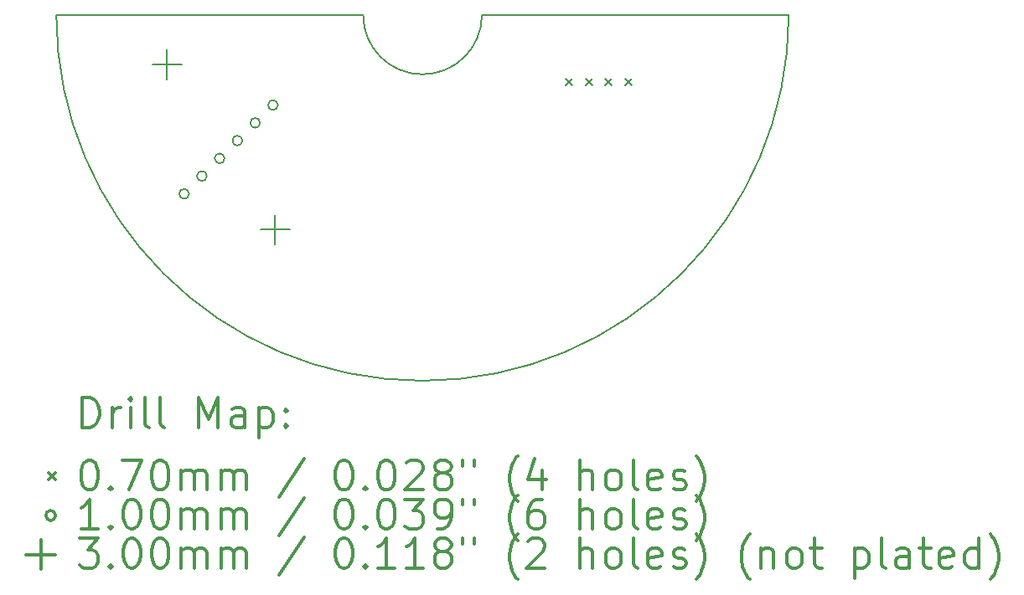
<source format=gbr>
%FSLAX45Y45*%
G04 Gerber Fmt 4.5, Leading zero omitted, Abs format (unit mm)*
G04 Created by KiCad (PCBNEW 4.0.6) date 03/22/18 19:18:56*
%MOMM*%
%LPD*%
G01*
G04 APERTURE LIST*
%ADD10C,0.127000*%
%ADD11C,0.150000*%
%ADD12C,0.200000*%
%ADD13C,0.300000*%
G04 APERTURE END LIST*
D10*
D11*
X600000Y0D02*
X3700000Y0D01*
X-3700000Y0D02*
X-600000Y0D01*
X-3700000Y0D02*
G75*
G03X3700000Y0I3700000J0D01*
G01*
X-600000Y0D02*
G75*
G03X600000Y0I600000J0D01*
G01*
D12*
X1445000Y-645000D02*
X1515000Y-715000D01*
X1515000Y-645000D02*
X1445000Y-715000D01*
X1645000Y-645000D02*
X1715000Y-715000D01*
X1715000Y-645000D02*
X1645000Y-715000D01*
X1845000Y-645000D02*
X1915000Y-715000D01*
X1915000Y-645000D02*
X1845000Y-715000D01*
X2045000Y-645000D02*
X2115000Y-715000D01*
X2115000Y-645000D02*
X2045000Y-715000D01*
X-2359210Y-1809210D02*
G75*
G03X-2359210Y-1809210I-50000J0D01*
G01*
X-2179605Y-1629605D02*
G75*
G03X-2179605Y-1629605I-50000J0D01*
G01*
X-2000000Y-1450000D02*
G75*
G03X-2000000Y-1450000I-50000J0D01*
G01*
X-1820395Y-1270395D02*
G75*
G03X-1820395Y-1270395I-50000J0D01*
G01*
X-1640790Y-1090790D02*
G75*
G03X-1640790Y-1090790I-50000J0D01*
G01*
X-1461185Y-911185D02*
G75*
G03X-1461185Y-911185I-50000J0D01*
G01*
X-2580000Y-350000D02*
X-2580000Y-650000D01*
X-2730000Y-500000D02*
X-2430000Y-500000D01*
X-1490000Y-2020000D02*
X-1490000Y-2320000D01*
X-1640000Y-2170000D02*
X-1340000Y-2170000D01*
D13*
X-3436071Y-4173214D02*
X-3436071Y-3873214D01*
X-3364643Y-3873214D01*
X-3321786Y-3887500D01*
X-3293214Y-3916071D01*
X-3278929Y-3944643D01*
X-3264643Y-4001786D01*
X-3264643Y-4044643D01*
X-3278929Y-4101786D01*
X-3293214Y-4130357D01*
X-3321786Y-4158929D01*
X-3364643Y-4173214D01*
X-3436071Y-4173214D01*
X-3136071Y-4173214D02*
X-3136071Y-3973214D01*
X-3136071Y-4030357D02*
X-3121786Y-4001786D01*
X-3107500Y-3987500D01*
X-3078929Y-3973214D01*
X-3050357Y-3973214D01*
X-2950357Y-4173214D02*
X-2950357Y-3973214D01*
X-2950357Y-3873214D02*
X-2964643Y-3887500D01*
X-2950357Y-3901786D01*
X-2936071Y-3887500D01*
X-2950357Y-3873214D01*
X-2950357Y-3901786D01*
X-2764643Y-4173214D02*
X-2793214Y-4158929D01*
X-2807500Y-4130357D01*
X-2807500Y-3873214D01*
X-2607500Y-4173214D02*
X-2636072Y-4158929D01*
X-2650357Y-4130357D01*
X-2650357Y-3873214D01*
X-2264643Y-4173214D02*
X-2264643Y-3873214D01*
X-2164643Y-4087500D01*
X-2064643Y-3873214D01*
X-2064643Y-4173214D01*
X-1793214Y-4173214D02*
X-1793214Y-4016071D01*
X-1807500Y-3987500D01*
X-1836071Y-3973214D01*
X-1893214Y-3973214D01*
X-1921786Y-3987500D01*
X-1793214Y-4158929D02*
X-1821786Y-4173214D01*
X-1893214Y-4173214D01*
X-1921786Y-4158929D01*
X-1936071Y-4130357D01*
X-1936071Y-4101786D01*
X-1921786Y-4073214D01*
X-1893214Y-4058929D01*
X-1821786Y-4058929D01*
X-1793214Y-4044643D01*
X-1650357Y-3973214D02*
X-1650357Y-4273214D01*
X-1650357Y-3987500D02*
X-1621786Y-3973214D01*
X-1564643Y-3973214D01*
X-1536071Y-3987500D01*
X-1521786Y-4001786D01*
X-1507500Y-4030357D01*
X-1507500Y-4116071D01*
X-1521786Y-4144643D01*
X-1536071Y-4158929D01*
X-1564643Y-4173214D01*
X-1621786Y-4173214D01*
X-1650357Y-4158929D01*
X-1378929Y-4144643D02*
X-1364643Y-4158929D01*
X-1378929Y-4173214D01*
X-1393214Y-4158929D01*
X-1378929Y-4144643D01*
X-1378929Y-4173214D01*
X-1378929Y-3987500D02*
X-1364643Y-4001786D01*
X-1378929Y-4016071D01*
X-1393214Y-4001786D01*
X-1378929Y-3987500D01*
X-1378929Y-4016071D01*
X-3777500Y-4632500D02*
X-3707500Y-4702500D01*
X-3707500Y-4632500D02*
X-3777500Y-4702500D01*
X-3378929Y-4503214D02*
X-3350357Y-4503214D01*
X-3321786Y-4517500D01*
X-3307500Y-4531786D01*
X-3293214Y-4560357D01*
X-3278929Y-4617500D01*
X-3278929Y-4688929D01*
X-3293214Y-4746072D01*
X-3307500Y-4774643D01*
X-3321786Y-4788929D01*
X-3350357Y-4803214D01*
X-3378929Y-4803214D01*
X-3407500Y-4788929D01*
X-3421786Y-4774643D01*
X-3436071Y-4746072D01*
X-3450357Y-4688929D01*
X-3450357Y-4617500D01*
X-3436071Y-4560357D01*
X-3421786Y-4531786D01*
X-3407500Y-4517500D01*
X-3378929Y-4503214D01*
X-3150357Y-4774643D02*
X-3136071Y-4788929D01*
X-3150357Y-4803214D01*
X-3164643Y-4788929D01*
X-3150357Y-4774643D01*
X-3150357Y-4803214D01*
X-3036072Y-4503214D02*
X-2836072Y-4503214D01*
X-2964643Y-4803214D01*
X-2664643Y-4503214D02*
X-2636072Y-4503214D01*
X-2607500Y-4517500D01*
X-2593214Y-4531786D01*
X-2578929Y-4560357D01*
X-2564643Y-4617500D01*
X-2564643Y-4688929D01*
X-2578929Y-4746072D01*
X-2593214Y-4774643D01*
X-2607500Y-4788929D01*
X-2636072Y-4803214D01*
X-2664643Y-4803214D01*
X-2693214Y-4788929D01*
X-2707500Y-4774643D01*
X-2721786Y-4746072D01*
X-2736072Y-4688929D01*
X-2736072Y-4617500D01*
X-2721786Y-4560357D01*
X-2707500Y-4531786D01*
X-2693214Y-4517500D01*
X-2664643Y-4503214D01*
X-2436072Y-4803214D02*
X-2436072Y-4603214D01*
X-2436072Y-4631786D02*
X-2421786Y-4617500D01*
X-2393214Y-4603214D01*
X-2350357Y-4603214D01*
X-2321786Y-4617500D01*
X-2307500Y-4646072D01*
X-2307500Y-4803214D01*
X-2307500Y-4646072D02*
X-2293214Y-4617500D01*
X-2264643Y-4603214D01*
X-2221786Y-4603214D01*
X-2193214Y-4617500D01*
X-2178929Y-4646072D01*
X-2178929Y-4803214D01*
X-2036071Y-4803214D02*
X-2036071Y-4603214D01*
X-2036071Y-4631786D02*
X-2021786Y-4617500D01*
X-1993214Y-4603214D01*
X-1950357Y-4603214D01*
X-1921786Y-4617500D01*
X-1907500Y-4646072D01*
X-1907500Y-4803214D01*
X-1907500Y-4646072D02*
X-1893214Y-4617500D01*
X-1864643Y-4603214D01*
X-1821786Y-4603214D01*
X-1793214Y-4617500D01*
X-1778929Y-4646072D01*
X-1778929Y-4803214D01*
X-1193214Y-4488929D02*
X-1450357Y-4874643D01*
X-807500Y-4503214D02*
X-778929Y-4503214D01*
X-750357Y-4517500D01*
X-736072Y-4531786D01*
X-721786Y-4560357D01*
X-707500Y-4617500D01*
X-707500Y-4688929D01*
X-721786Y-4746072D01*
X-736072Y-4774643D01*
X-750357Y-4788929D01*
X-778929Y-4803214D01*
X-807500Y-4803214D01*
X-836072Y-4788929D01*
X-850357Y-4774643D01*
X-864643Y-4746072D01*
X-878929Y-4688929D01*
X-878929Y-4617500D01*
X-864643Y-4560357D01*
X-850357Y-4531786D01*
X-836072Y-4517500D01*
X-807500Y-4503214D01*
X-578929Y-4774643D02*
X-564643Y-4788929D01*
X-578929Y-4803214D01*
X-593214Y-4788929D01*
X-578929Y-4774643D01*
X-578929Y-4803214D01*
X-378929Y-4503214D02*
X-350357Y-4503214D01*
X-321786Y-4517500D01*
X-307500Y-4531786D01*
X-293215Y-4560357D01*
X-278929Y-4617500D01*
X-278929Y-4688929D01*
X-293215Y-4746072D01*
X-307500Y-4774643D01*
X-321786Y-4788929D01*
X-350357Y-4803214D01*
X-378929Y-4803214D01*
X-407500Y-4788929D01*
X-421786Y-4774643D01*
X-436072Y-4746072D01*
X-450357Y-4688929D01*
X-450357Y-4617500D01*
X-436072Y-4560357D01*
X-421786Y-4531786D01*
X-407500Y-4517500D01*
X-378929Y-4503214D01*
X-164643Y-4531786D02*
X-150357Y-4517500D01*
X-121786Y-4503214D01*
X-50357Y-4503214D01*
X-21786Y-4517500D01*
X-7500Y-4531786D01*
X6785Y-4560357D01*
X6785Y-4588929D01*
X-7500Y-4631786D01*
X-178929Y-4803214D01*
X6785Y-4803214D01*
X178214Y-4631786D02*
X149643Y-4617500D01*
X135357Y-4603214D01*
X121071Y-4574643D01*
X121071Y-4560357D01*
X135357Y-4531786D01*
X149643Y-4517500D01*
X178214Y-4503214D01*
X235357Y-4503214D01*
X263928Y-4517500D01*
X278214Y-4531786D01*
X292500Y-4560357D01*
X292500Y-4574643D01*
X278214Y-4603214D01*
X263928Y-4617500D01*
X235357Y-4631786D01*
X178214Y-4631786D01*
X149643Y-4646072D01*
X135357Y-4660357D01*
X121071Y-4688929D01*
X121071Y-4746072D01*
X135357Y-4774643D01*
X149643Y-4788929D01*
X178214Y-4803214D01*
X235357Y-4803214D01*
X263928Y-4788929D01*
X278214Y-4774643D01*
X292500Y-4746072D01*
X292500Y-4688929D01*
X278214Y-4660357D01*
X263928Y-4646072D01*
X235357Y-4631786D01*
X406786Y-4503214D02*
X406786Y-4560357D01*
X521071Y-4503214D02*
X521071Y-4560357D01*
X963928Y-4917500D02*
X949643Y-4903214D01*
X921071Y-4860357D01*
X906785Y-4831786D01*
X892500Y-4788929D01*
X878214Y-4717500D01*
X878214Y-4660357D01*
X892500Y-4588929D01*
X906785Y-4546072D01*
X921071Y-4517500D01*
X949643Y-4474643D01*
X963928Y-4460357D01*
X1206786Y-4603214D02*
X1206786Y-4803214D01*
X1135357Y-4488929D02*
X1063928Y-4703214D01*
X1249643Y-4703214D01*
X1592500Y-4803214D02*
X1592500Y-4503214D01*
X1721071Y-4803214D02*
X1721071Y-4646072D01*
X1706785Y-4617500D01*
X1678214Y-4603214D01*
X1635357Y-4603214D01*
X1606785Y-4617500D01*
X1592500Y-4631786D01*
X1906785Y-4803214D02*
X1878214Y-4788929D01*
X1863928Y-4774643D01*
X1849643Y-4746072D01*
X1849643Y-4660357D01*
X1863928Y-4631786D01*
X1878214Y-4617500D01*
X1906785Y-4603214D01*
X1949643Y-4603214D01*
X1978214Y-4617500D01*
X1992500Y-4631786D01*
X2006785Y-4660357D01*
X2006785Y-4746072D01*
X1992500Y-4774643D01*
X1978214Y-4788929D01*
X1949643Y-4803214D01*
X1906785Y-4803214D01*
X2178214Y-4803214D02*
X2149643Y-4788929D01*
X2135357Y-4760357D01*
X2135357Y-4503214D01*
X2406786Y-4788929D02*
X2378214Y-4803214D01*
X2321071Y-4803214D01*
X2292500Y-4788929D01*
X2278214Y-4760357D01*
X2278214Y-4646072D01*
X2292500Y-4617500D01*
X2321071Y-4603214D01*
X2378214Y-4603214D01*
X2406786Y-4617500D01*
X2421071Y-4646072D01*
X2421071Y-4674643D01*
X2278214Y-4703214D01*
X2535357Y-4788929D02*
X2563929Y-4803214D01*
X2621071Y-4803214D01*
X2649643Y-4788929D01*
X2663929Y-4760357D01*
X2663929Y-4746072D01*
X2649643Y-4717500D01*
X2621071Y-4703214D01*
X2578214Y-4703214D01*
X2549643Y-4688929D01*
X2535357Y-4660357D01*
X2535357Y-4646072D01*
X2549643Y-4617500D01*
X2578214Y-4603214D01*
X2621071Y-4603214D01*
X2649643Y-4617500D01*
X2763928Y-4917500D02*
X2778214Y-4903214D01*
X2806786Y-4860357D01*
X2821071Y-4831786D01*
X2835357Y-4788929D01*
X2849643Y-4717500D01*
X2849643Y-4660357D01*
X2835357Y-4588929D01*
X2821071Y-4546072D01*
X2806786Y-4517500D01*
X2778214Y-4474643D01*
X2763928Y-4460357D01*
X-3707500Y-5063500D02*
G75*
G03X-3707500Y-5063500I-50000J0D01*
G01*
X-3278929Y-5199214D02*
X-3450357Y-5199214D01*
X-3364643Y-5199214D02*
X-3364643Y-4899214D01*
X-3393214Y-4942072D01*
X-3421786Y-4970643D01*
X-3450357Y-4984929D01*
X-3150357Y-5170643D02*
X-3136071Y-5184929D01*
X-3150357Y-5199214D01*
X-3164643Y-5184929D01*
X-3150357Y-5170643D01*
X-3150357Y-5199214D01*
X-2950357Y-4899214D02*
X-2921786Y-4899214D01*
X-2893214Y-4913500D01*
X-2878929Y-4927786D01*
X-2864643Y-4956357D01*
X-2850357Y-5013500D01*
X-2850357Y-5084929D01*
X-2864643Y-5142072D01*
X-2878929Y-5170643D01*
X-2893214Y-5184929D01*
X-2921786Y-5199214D01*
X-2950357Y-5199214D01*
X-2978929Y-5184929D01*
X-2993214Y-5170643D01*
X-3007500Y-5142072D01*
X-3021786Y-5084929D01*
X-3021786Y-5013500D01*
X-3007500Y-4956357D01*
X-2993214Y-4927786D01*
X-2978929Y-4913500D01*
X-2950357Y-4899214D01*
X-2664643Y-4899214D02*
X-2636072Y-4899214D01*
X-2607500Y-4913500D01*
X-2593214Y-4927786D01*
X-2578929Y-4956357D01*
X-2564643Y-5013500D01*
X-2564643Y-5084929D01*
X-2578929Y-5142072D01*
X-2593214Y-5170643D01*
X-2607500Y-5184929D01*
X-2636072Y-5199214D01*
X-2664643Y-5199214D01*
X-2693214Y-5184929D01*
X-2707500Y-5170643D01*
X-2721786Y-5142072D01*
X-2736072Y-5084929D01*
X-2736072Y-5013500D01*
X-2721786Y-4956357D01*
X-2707500Y-4927786D01*
X-2693214Y-4913500D01*
X-2664643Y-4899214D01*
X-2436072Y-5199214D02*
X-2436072Y-4999214D01*
X-2436072Y-5027786D02*
X-2421786Y-5013500D01*
X-2393214Y-4999214D01*
X-2350357Y-4999214D01*
X-2321786Y-5013500D01*
X-2307500Y-5042072D01*
X-2307500Y-5199214D01*
X-2307500Y-5042072D02*
X-2293214Y-5013500D01*
X-2264643Y-4999214D01*
X-2221786Y-4999214D01*
X-2193214Y-5013500D01*
X-2178929Y-5042072D01*
X-2178929Y-5199214D01*
X-2036071Y-5199214D02*
X-2036071Y-4999214D01*
X-2036071Y-5027786D02*
X-2021786Y-5013500D01*
X-1993214Y-4999214D01*
X-1950357Y-4999214D01*
X-1921786Y-5013500D01*
X-1907500Y-5042072D01*
X-1907500Y-5199214D01*
X-1907500Y-5042072D02*
X-1893214Y-5013500D01*
X-1864643Y-4999214D01*
X-1821786Y-4999214D01*
X-1793214Y-5013500D01*
X-1778929Y-5042072D01*
X-1778929Y-5199214D01*
X-1193214Y-4884929D02*
X-1450357Y-5270643D01*
X-807500Y-4899214D02*
X-778929Y-4899214D01*
X-750357Y-4913500D01*
X-736072Y-4927786D01*
X-721786Y-4956357D01*
X-707500Y-5013500D01*
X-707500Y-5084929D01*
X-721786Y-5142072D01*
X-736072Y-5170643D01*
X-750357Y-5184929D01*
X-778929Y-5199214D01*
X-807500Y-5199214D01*
X-836072Y-5184929D01*
X-850357Y-5170643D01*
X-864643Y-5142072D01*
X-878929Y-5084929D01*
X-878929Y-5013500D01*
X-864643Y-4956357D01*
X-850357Y-4927786D01*
X-836072Y-4913500D01*
X-807500Y-4899214D01*
X-578929Y-5170643D02*
X-564643Y-5184929D01*
X-578929Y-5199214D01*
X-593214Y-5184929D01*
X-578929Y-5170643D01*
X-578929Y-5199214D01*
X-378929Y-4899214D02*
X-350357Y-4899214D01*
X-321786Y-4913500D01*
X-307500Y-4927786D01*
X-293215Y-4956357D01*
X-278929Y-5013500D01*
X-278929Y-5084929D01*
X-293215Y-5142072D01*
X-307500Y-5170643D01*
X-321786Y-5184929D01*
X-350357Y-5199214D01*
X-378929Y-5199214D01*
X-407500Y-5184929D01*
X-421786Y-5170643D01*
X-436072Y-5142072D01*
X-450357Y-5084929D01*
X-450357Y-5013500D01*
X-436072Y-4956357D01*
X-421786Y-4927786D01*
X-407500Y-4913500D01*
X-378929Y-4899214D01*
X-178929Y-4899214D02*
X6785Y-4899214D01*
X-93214Y-5013500D01*
X-50357Y-5013500D01*
X-21786Y-5027786D01*
X-7500Y-5042072D01*
X6785Y-5070643D01*
X6785Y-5142072D01*
X-7500Y-5170643D01*
X-21786Y-5184929D01*
X-50357Y-5199214D01*
X-136072Y-5199214D01*
X-164643Y-5184929D01*
X-178929Y-5170643D01*
X149643Y-5199214D02*
X206785Y-5199214D01*
X235357Y-5184929D01*
X249643Y-5170643D01*
X278214Y-5127786D01*
X292500Y-5070643D01*
X292500Y-4956357D01*
X278214Y-4927786D01*
X263928Y-4913500D01*
X235357Y-4899214D01*
X178214Y-4899214D01*
X149643Y-4913500D01*
X135357Y-4927786D01*
X121071Y-4956357D01*
X121071Y-5027786D01*
X135357Y-5056357D01*
X149643Y-5070643D01*
X178214Y-5084929D01*
X235357Y-5084929D01*
X263928Y-5070643D01*
X278214Y-5056357D01*
X292500Y-5027786D01*
X406786Y-4899214D02*
X406786Y-4956357D01*
X521071Y-4899214D02*
X521071Y-4956357D01*
X963928Y-5313500D02*
X949643Y-5299214D01*
X921071Y-5256357D01*
X906785Y-5227786D01*
X892500Y-5184929D01*
X878214Y-5113500D01*
X878214Y-5056357D01*
X892500Y-4984929D01*
X906785Y-4942072D01*
X921071Y-4913500D01*
X949643Y-4870643D01*
X963928Y-4856357D01*
X1206786Y-4899214D02*
X1149643Y-4899214D01*
X1121071Y-4913500D01*
X1106786Y-4927786D01*
X1078214Y-4970643D01*
X1063928Y-5027786D01*
X1063928Y-5142072D01*
X1078214Y-5170643D01*
X1092500Y-5184929D01*
X1121071Y-5199214D01*
X1178214Y-5199214D01*
X1206786Y-5184929D01*
X1221071Y-5170643D01*
X1235357Y-5142072D01*
X1235357Y-5070643D01*
X1221071Y-5042072D01*
X1206786Y-5027786D01*
X1178214Y-5013500D01*
X1121071Y-5013500D01*
X1092500Y-5027786D01*
X1078214Y-5042072D01*
X1063928Y-5070643D01*
X1592500Y-5199214D02*
X1592500Y-4899214D01*
X1721071Y-5199214D02*
X1721071Y-5042072D01*
X1706785Y-5013500D01*
X1678214Y-4999214D01*
X1635357Y-4999214D01*
X1606785Y-5013500D01*
X1592500Y-5027786D01*
X1906785Y-5199214D02*
X1878214Y-5184929D01*
X1863928Y-5170643D01*
X1849643Y-5142072D01*
X1849643Y-5056357D01*
X1863928Y-5027786D01*
X1878214Y-5013500D01*
X1906785Y-4999214D01*
X1949643Y-4999214D01*
X1978214Y-5013500D01*
X1992500Y-5027786D01*
X2006785Y-5056357D01*
X2006785Y-5142072D01*
X1992500Y-5170643D01*
X1978214Y-5184929D01*
X1949643Y-5199214D01*
X1906785Y-5199214D01*
X2178214Y-5199214D02*
X2149643Y-5184929D01*
X2135357Y-5156357D01*
X2135357Y-4899214D01*
X2406786Y-5184929D02*
X2378214Y-5199214D01*
X2321071Y-5199214D01*
X2292500Y-5184929D01*
X2278214Y-5156357D01*
X2278214Y-5042072D01*
X2292500Y-5013500D01*
X2321071Y-4999214D01*
X2378214Y-4999214D01*
X2406786Y-5013500D01*
X2421071Y-5042072D01*
X2421071Y-5070643D01*
X2278214Y-5099214D01*
X2535357Y-5184929D02*
X2563929Y-5199214D01*
X2621071Y-5199214D01*
X2649643Y-5184929D01*
X2663929Y-5156357D01*
X2663929Y-5142072D01*
X2649643Y-5113500D01*
X2621071Y-5099214D01*
X2578214Y-5099214D01*
X2549643Y-5084929D01*
X2535357Y-5056357D01*
X2535357Y-5042072D01*
X2549643Y-5013500D01*
X2578214Y-4999214D01*
X2621071Y-4999214D01*
X2649643Y-5013500D01*
X2763928Y-5313500D02*
X2778214Y-5299214D01*
X2806786Y-5256357D01*
X2821071Y-5227786D01*
X2835357Y-5184929D01*
X2849643Y-5113500D01*
X2849643Y-5056357D01*
X2835357Y-4984929D01*
X2821071Y-4942072D01*
X2806786Y-4913500D01*
X2778214Y-4870643D01*
X2763928Y-4856357D01*
X-3857500Y-5309500D02*
X-3857500Y-5609500D01*
X-4007500Y-5459500D02*
X-3707500Y-5459500D01*
X-3464643Y-5295214D02*
X-3278929Y-5295214D01*
X-3378929Y-5409500D01*
X-3336071Y-5409500D01*
X-3307500Y-5423786D01*
X-3293214Y-5438072D01*
X-3278929Y-5466643D01*
X-3278929Y-5538072D01*
X-3293214Y-5566643D01*
X-3307500Y-5580929D01*
X-3336071Y-5595214D01*
X-3421786Y-5595214D01*
X-3450357Y-5580929D01*
X-3464643Y-5566643D01*
X-3150357Y-5566643D02*
X-3136071Y-5580929D01*
X-3150357Y-5595214D01*
X-3164643Y-5580929D01*
X-3150357Y-5566643D01*
X-3150357Y-5595214D01*
X-2950357Y-5295214D02*
X-2921786Y-5295214D01*
X-2893214Y-5309500D01*
X-2878929Y-5323786D01*
X-2864643Y-5352357D01*
X-2850357Y-5409500D01*
X-2850357Y-5480929D01*
X-2864643Y-5538072D01*
X-2878929Y-5566643D01*
X-2893214Y-5580929D01*
X-2921786Y-5595214D01*
X-2950357Y-5595214D01*
X-2978929Y-5580929D01*
X-2993214Y-5566643D01*
X-3007500Y-5538072D01*
X-3021786Y-5480929D01*
X-3021786Y-5409500D01*
X-3007500Y-5352357D01*
X-2993214Y-5323786D01*
X-2978929Y-5309500D01*
X-2950357Y-5295214D01*
X-2664643Y-5295214D02*
X-2636072Y-5295214D01*
X-2607500Y-5309500D01*
X-2593214Y-5323786D01*
X-2578929Y-5352357D01*
X-2564643Y-5409500D01*
X-2564643Y-5480929D01*
X-2578929Y-5538072D01*
X-2593214Y-5566643D01*
X-2607500Y-5580929D01*
X-2636072Y-5595214D01*
X-2664643Y-5595214D01*
X-2693214Y-5580929D01*
X-2707500Y-5566643D01*
X-2721786Y-5538072D01*
X-2736072Y-5480929D01*
X-2736072Y-5409500D01*
X-2721786Y-5352357D01*
X-2707500Y-5323786D01*
X-2693214Y-5309500D01*
X-2664643Y-5295214D01*
X-2436072Y-5595214D02*
X-2436072Y-5395214D01*
X-2436072Y-5423786D02*
X-2421786Y-5409500D01*
X-2393214Y-5395214D01*
X-2350357Y-5395214D01*
X-2321786Y-5409500D01*
X-2307500Y-5438072D01*
X-2307500Y-5595214D01*
X-2307500Y-5438072D02*
X-2293214Y-5409500D01*
X-2264643Y-5395214D01*
X-2221786Y-5395214D01*
X-2193214Y-5409500D01*
X-2178929Y-5438072D01*
X-2178929Y-5595214D01*
X-2036071Y-5595214D02*
X-2036071Y-5395214D01*
X-2036071Y-5423786D02*
X-2021786Y-5409500D01*
X-1993214Y-5395214D01*
X-1950357Y-5395214D01*
X-1921786Y-5409500D01*
X-1907500Y-5438072D01*
X-1907500Y-5595214D01*
X-1907500Y-5438072D02*
X-1893214Y-5409500D01*
X-1864643Y-5395214D01*
X-1821786Y-5395214D01*
X-1793214Y-5409500D01*
X-1778929Y-5438072D01*
X-1778929Y-5595214D01*
X-1193214Y-5280929D02*
X-1450357Y-5666643D01*
X-807500Y-5295214D02*
X-778929Y-5295214D01*
X-750357Y-5309500D01*
X-736072Y-5323786D01*
X-721786Y-5352357D01*
X-707500Y-5409500D01*
X-707500Y-5480929D01*
X-721786Y-5538072D01*
X-736072Y-5566643D01*
X-750357Y-5580929D01*
X-778929Y-5595214D01*
X-807500Y-5595214D01*
X-836072Y-5580929D01*
X-850357Y-5566643D01*
X-864643Y-5538072D01*
X-878929Y-5480929D01*
X-878929Y-5409500D01*
X-864643Y-5352357D01*
X-850357Y-5323786D01*
X-836072Y-5309500D01*
X-807500Y-5295214D01*
X-578929Y-5566643D02*
X-564643Y-5580929D01*
X-578929Y-5595214D01*
X-593214Y-5580929D01*
X-578929Y-5566643D01*
X-578929Y-5595214D01*
X-278929Y-5595214D02*
X-450357Y-5595214D01*
X-364643Y-5595214D02*
X-364643Y-5295214D01*
X-393214Y-5338072D01*
X-421786Y-5366643D01*
X-450357Y-5380929D01*
X6785Y-5595214D02*
X-164643Y-5595214D01*
X-78929Y-5595214D02*
X-78929Y-5295214D01*
X-107500Y-5338072D01*
X-136072Y-5366643D01*
X-164643Y-5380929D01*
X178214Y-5423786D02*
X149643Y-5409500D01*
X135357Y-5395214D01*
X121071Y-5366643D01*
X121071Y-5352357D01*
X135357Y-5323786D01*
X149643Y-5309500D01*
X178214Y-5295214D01*
X235357Y-5295214D01*
X263928Y-5309500D01*
X278214Y-5323786D01*
X292500Y-5352357D01*
X292500Y-5366643D01*
X278214Y-5395214D01*
X263928Y-5409500D01*
X235357Y-5423786D01*
X178214Y-5423786D01*
X149643Y-5438072D01*
X135357Y-5452357D01*
X121071Y-5480929D01*
X121071Y-5538072D01*
X135357Y-5566643D01*
X149643Y-5580929D01*
X178214Y-5595214D01*
X235357Y-5595214D01*
X263928Y-5580929D01*
X278214Y-5566643D01*
X292500Y-5538072D01*
X292500Y-5480929D01*
X278214Y-5452357D01*
X263928Y-5438072D01*
X235357Y-5423786D01*
X406786Y-5295214D02*
X406786Y-5352357D01*
X521071Y-5295214D02*
X521071Y-5352357D01*
X963928Y-5709500D02*
X949643Y-5695214D01*
X921071Y-5652357D01*
X906785Y-5623786D01*
X892500Y-5580929D01*
X878214Y-5509500D01*
X878214Y-5452357D01*
X892500Y-5380929D01*
X906785Y-5338072D01*
X921071Y-5309500D01*
X949643Y-5266643D01*
X963928Y-5252357D01*
X1063928Y-5323786D02*
X1078214Y-5309500D01*
X1106786Y-5295214D01*
X1178214Y-5295214D01*
X1206786Y-5309500D01*
X1221071Y-5323786D01*
X1235357Y-5352357D01*
X1235357Y-5380929D01*
X1221071Y-5423786D01*
X1049643Y-5595214D01*
X1235357Y-5595214D01*
X1592500Y-5595214D02*
X1592500Y-5295214D01*
X1721071Y-5595214D02*
X1721071Y-5438072D01*
X1706785Y-5409500D01*
X1678214Y-5395214D01*
X1635357Y-5395214D01*
X1606785Y-5409500D01*
X1592500Y-5423786D01*
X1906785Y-5595214D02*
X1878214Y-5580929D01*
X1863928Y-5566643D01*
X1849643Y-5538072D01*
X1849643Y-5452357D01*
X1863928Y-5423786D01*
X1878214Y-5409500D01*
X1906785Y-5395214D01*
X1949643Y-5395214D01*
X1978214Y-5409500D01*
X1992500Y-5423786D01*
X2006785Y-5452357D01*
X2006785Y-5538072D01*
X1992500Y-5566643D01*
X1978214Y-5580929D01*
X1949643Y-5595214D01*
X1906785Y-5595214D01*
X2178214Y-5595214D02*
X2149643Y-5580929D01*
X2135357Y-5552357D01*
X2135357Y-5295214D01*
X2406786Y-5580929D02*
X2378214Y-5595214D01*
X2321071Y-5595214D01*
X2292500Y-5580929D01*
X2278214Y-5552357D01*
X2278214Y-5438072D01*
X2292500Y-5409500D01*
X2321071Y-5395214D01*
X2378214Y-5395214D01*
X2406786Y-5409500D01*
X2421071Y-5438072D01*
X2421071Y-5466643D01*
X2278214Y-5495214D01*
X2535357Y-5580929D02*
X2563929Y-5595214D01*
X2621071Y-5595214D01*
X2649643Y-5580929D01*
X2663929Y-5552357D01*
X2663929Y-5538072D01*
X2649643Y-5509500D01*
X2621071Y-5495214D01*
X2578214Y-5495214D01*
X2549643Y-5480929D01*
X2535357Y-5452357D01*
X2535357Y-5438072D01*
X2549643Y-5409500D01*
X2578214Y-5395214D01*
X2621071Y-5395214D01*
X2649643Y-5409500D01*
X2763928Y-5709500D02*
X2778214Y-5695214D01*
X2806786Y-5652357D01*
X2821071Y-5623786D01*
X2835357Y-5580929D01*
X2849643Y-5509500D01*
X2849643Y-5452357D01*
X2835357Y-5380929D01*
X2821071Y-5338072D01*
X2806786Y-5309500D01*
X2778214Y-5266643D01*
X2763928Y-5252357D01*
X3306786Y-5709500D02*
X3292500Y-5695214D01*
X3263928Y-5652357D01*
X3249643Y-5623786D01*
X3235357Y-5580929D01*
X3221071Y-5509500D01*
X3221071Y-5452357D01*
X3235357Y-5380929D01*
X3249643Y-5338072D01*
X3263928Y-5309500D01*
X3292500Y-5266643D01*
X3306786Y-5252357D01*
X3421071Y-5395214D02*
X3421071Y-5595214D01*
X3421071Y-5423786D02*
X3435357Y-5409500D01*
X3463928Y-5395214D01*
X3506786Y-5395214D01*
X3535357Y-5409500D01*
X3549643Y-5438072D01*
X3549643Y-5595214D01*
X3735357Y-5595214D02*
X3706786Y-5580929D01*
X3692500Y-5566643D01*
X3678214Y-5538072D01*
X3678214Y-5452357D01*
X3692500Y-5423786D01*
X3706786Y-5409500D01*
X3735357Y-5395214D01*
X3778214Y-5395214D01*
X3806786Y-5409500D01*
X3821071Y-5423786D01*
X3835357Y-5452357D01*
X3835357Y-5538072D01*
X3821071Y-5566643D01*
X3806786Y-5580929D01*
X3778214Y-5595214D01*
X3735357Y-5595214D01*
X3921071Y-5395214D02*
X4035357Y-5395214D01*
X3963928Y-5295214D02*
X3963928Y-5552357D01*
X3978214Y-5580929D01*
X4006786Y-5595214D01*
X4035357Y-5595214D01*
X4363929Y-5395214D02*
X4363929Y-5695214D01*
X4363929Y-5409500D02*
X4392500Y-5395214D01*
X4449643Y-5395214D01*
X4478214Y-5409500D01*
X4492500Y-5423786D01*
X4506786Y-5452357D01*
X4506786Y-5538072D01*
X4492500Y-5566643D01*
X4478214Y-5580929D01*
X4449643Y-5595214D01*
X4392500Y-5595214D01*
X4363929Y-5580929D01*
X4678214Y-5595214D02*
X4649643Y-5580929D01*
X4635357Y-5552357D01*
X4635357Y-5295214D01*
X4921071Y-5595214D02*
X4921071Y-5438072D01*
X4906786Y-5409500D01*
X4878214Y-5395214D01*
X4821071Y-5395214D01*
X4792500Y-5409500D01*
X4921071Y-5580929D02*
X4892500Y-5595214D01*
X4821071Y-5595214D01*
X4792500Y-5580929D01*
X4778214Y-5552357D01*
X4778214Y-5523786D01*
X4792500Y-5495214D01*
X4821071Y-5480929D01*
X4892500Y-5480929D01*
X4921071Y-5466643D01*
X5021071Y-5395214D02*
X5135357Y-5395214D01*
X5063929Y-5295214D02*
X5063929Y-5552357D01*
X5078214Y-5580929D01*
X5106786Y-5595214D01*
X5135357Y-5595214D01*
X5349643Y-5580929D02*
X5321072Y-5595214D01*
X5263929Y-5595214D01*
X5235357Y-5580929D01*
X5221072Y-5552357D01*
X5221072Y-5438072D01*
X5235357Y-5409500D01*
X5263929Y-5395214D01*
X5321072Y-5395214D01*
X5349643Y-5409500D01*
X5363929Y-5438072D01*
X5363929Y-5466643D01*
X5221072Y-5495214D01*
X5621071Y-5595214D02*
X5621071Y-5295214D01*
X5621071Y-5580929D02*
X5592500Y-5595214D01*
X5535357Y-5595214D01*
X5506786Y-5580929D01*
X5492500Y-5566643D01*
X5478214Y-5538072D01*
X5478214Y-5452357D01*
X5492500Y-5423786D01*
X5506786Y-5409500D01*
X5535357Y-5395214D01*
X5592500Y-5395214D01*
X5621071Y-5409500D01*
X5735357Y-5709500D02*
X5749643Y-5695214D01*
X5778214Y-5652357D01*
X5792500Y-5623786D01*
X5806786Y-5580929D01*
X5821071Y-5509500D01*
X5821071Y-5452357D01*
X5806786Y-5380929D01*
X5792500Y-5338072D01*
X5778214Y-5309500D01*
X5749643Y-5266643D01*
X5735357Y-5252357D01*
M02*

</source>
